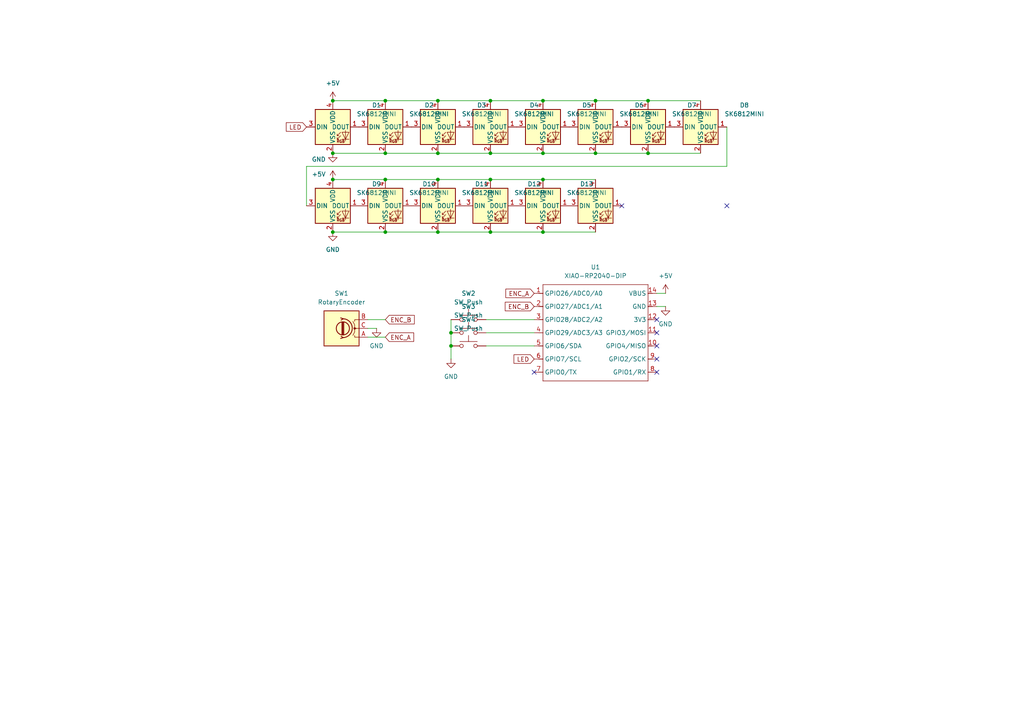
<source format=kicad_sch>
(kicad_sch (version 20231120) (generator "eeschema") (generator_version "8.0")
  (paper "A4")
  (lib_symbols
    (symbol "Device:RotaryEncoder" (pin_names (offset 0.254) hide)
      (property "Reference" "SW" (at 0 6.604 0))
      (property "Value" "RotaryEncoder" (at 0 -6.604 0))
      (symbol "RotaryEncoder_0_1"
        (rectangle (start -5.08 5.08) (end 5.08 -5.08) (stroke (width 0.254)) (fill (type background)))
        (circle (center -3.81 0) (radius 0.254) (fill (type outline)))
        (circle (center -0.381 0) (radius 1.905) (stroke (width 0.254)))
        (arc (start -0.381 2.667) (mid -3.0988 -0.0635) (end -0.381 -2.794) (stroke (width 0.254)))
        (polyline (pts (xy -0.635 -1.778) (xy -0.635 1.778)) (stroke (width 0.254)))
        (polyline (pts (xy -0.381 -1.778) (xy -0.381 1.778)) (stroke (width 0.254)))
        (polyline (pts (xy -0.127 1.778) (xy -0.127 -1.778)) (stroke (width 0.254)))
        (polyline (pts (xy -5.08 -2.54) (xy -3.81 -2.54) (xy -3.81 -2.032)))
        (polyline (pts (xy -5.08 2.54) (xy -3.81 2.54) (xy -3.81 2.032)))
        (polyline (pts (xy 0.254 -3.048) (xy -0.508 -2.794) (xy 0.127 -2.413)) (stroke (width 0.254)))
        (polyline (pts (xy 0.254 2.921) (xy -0.508 2.667) (xy 0.127 2.286)) (stroke (width 0.254)))
        (polyline (pts (xy -5.08 0) (xy -3.81 0) (xy -3.81 -1.016) (xy -3.302 -2.032)))
        (polyline (pts (xy -4.318 0) (xy -3.81 0) (xy -3.81 1.016) (xy -3.302 2.032)))
      )
      (symbol "RotaryEncoder_1_1"
        (pin passive line (at -7.62 2.54 0) (length 2.54) (name "A") (number "A"))
        (pin passive line (at -7.62 -2.54 0) (length 2.54) (name "B") (number "B"))
        (pin passive line (at -7.62 0 0) (length 2.54) (name "C") (number "C"))
      )
    )
    (symbol "LED:SK6812MINI" (pin_names (offset 0.254))
      (property "Reference" "D" (at 5.08 5.715 0))
      (property "Value" "SK6812MINI" (at 1.27 -5.715 0))
      (symbol "SK6812MINI_0_0"
        (text "RGB" (at 2.286 -4.191 0) (effects (font (size 0.762 0.762))))
      )
      (symbol "SK6812MINI_0_1"
        (polyline (pts (xy 1.27 -3.556) (xy 1.778 -3.556)))
        (polyline (pts (xy 1.27 -2.54) (xy 1.778 -2.54)))
        (polyline (pts (xy 4.699 -3.556) (xy 2.667 -3.556)))
        (polyline (pts (xy 2.286 -2.54) (xy 1.27 -3.556) (xy 1.27 -3.048)))
        (polyline (pts (xy 2.286 -1.524) (xy 1.27 -2.54) (xy 1.27 -2.032)))
        (polyline (pts (xy 3.683 -1.016) (xy 3.683 -3.556) (xy 3.683 -4.064)))
        (polyline (pts (xy 4.699 -1.524) (xy 2.667 -1.524) (xy 3.683 -3.556) (xy 4.699 -1.524)))
        (rectangle (start 5.08 5.08) (end -5.08 -5.08) (stroke (width 0.254)) (fill (type background)))
      )
      (symbol "SK6812MINI_1_1"
        (pin output line (at 7.62 0 180) (length 2.54) (name "DOUT") (number "1"))
        (pin power_in line (at 0 -7.62 90) (length 2.54) (name "VSS") (number "2"))
        (pin input line (at -7.62 0 0) (length 2.54) (name "DIN") (number "3"))
        (pin power_in line (at 0 7.62 270) (length 2.54) (name "VDD") (number "4"))
      )
    )
    (symbol "Seeed_Studio_XIAO_Series:XIAO-RP2040-DIP"
      (property "Reference" "U" (at 0 0 0))
      (property "Value" "XIAO-RP2040-DIP" (at 5.334 -1.778 0))
      (symbol "XIAO-RP2040-DIP_1_0"
        (polyline (pts (xy -1.27 -30.48) (xy -1.27 -16.51)) (stroke (width 0.1524)))
        (polyline (pts (xy -1.27 -27.94) (xy -2.54 -27.94)) (stroke (width 0.1524)))
        (polyline (pts (xy -1.27 -24.13) (xy -2.54 -24.13)) (stroke (width 0.1524)))
        (polyline (pts (xy -1.27 -20.32) (xy -2.54 -20.32)) (stroke (width 0.1524)))
        (polyline (pts (xy -1.27 -16.51) (xy -2.54 -16.51)) (stroke (width 0.1524)))
        (polyline (pts (xy -1.27 -16.51) (xy -1.27 -12.7)) (stroke (width 0.1524)))
        (polyline (pts (xy -1.27 -12.7) (xy -2.54 -12.7)) (stroke (width 0.1524)))
        (polyline (pts (xy -1.27 -12.7) (xy -1.27 -8.89)) (stroke (width 0.1524)))
        (polyline (pts (xy -1.27 -8.89) (xy -2.54 -8.89)) (stroke (width 0.1524)))
        (polyline (pts (xy -1.27 -8.89) (xy -1.27 -5.08)) (stroke (width 0.1524)))
        (polyline (pts (xy -1.27 -5.08) (xy -2.54 -5.08)) (stroke (width 0.1524)))
        (polyline (pts (xy -1.27 -5.08) (xy -1.27 -2.54)) (stroke (width 0.1524)))
        (polyline (pts (xy -1.27 -2.54) (xy 29.21 -2.54)) (stroke (width 0.1524)))
        (polyline (pts (xy 29.21 -30.48) (xy -1.27 -30.48)) (stroke (width 0.1524)))
        (polyline (pts (xy 29.21 -12.7) (xy 29.21 -30.48)) (stroke (width 0.1524)))
        (polyline (pts (xy 29.21 -8.89) (xy 29.21 -12.7)) (stroke (width 0.1524)))
        (polyline (pts (xy 29.21 -5.08) (xy 29.21 -8.89)) (stroke (width 0.1524)))
        (polyline (pts (xy 29.21 -2.54) (xy 29.21 -5.08)) (stroke (width 0.1524)))
        (polyline (pts (xy 30.48 -27.94) (xy 29.21 -27.94)) (stroke (width 0.1524)))
        (polyline (pts (xy 30.48 -24.13) (xy 29.21 -24.13)) (stroke (width 0.1524)))
        (polyline (pts (xy 30.48 -20.32) (xy 29.21 -20.32)) (stroke (width 0.1524)))
        (polyline (pts (xy 30.48 -16.51) (xy 29.21 -16.51)) (stroke (width 0.1524)))
        (polyline (pts (xy 30.48 -12.7) (xy 29.21 -12.7)) (stroke (width 0.1524)))
        (polyline (pts (xy 30.48 -8.89) (xy 29.21 -8.89)) (stroke (width 0.1524)))
        (polyline (pts (xy 30.48 -5.08) (xy 29.21 -5.08)) (stroke (width 0.1524)))
        (pin passive line (at -3.81 -5.08 0) (length 2.54) (name "GPIO26/ADC0/A0") (number "1"))
        (pin passive line (at 31.75 -20.32 180) (length 2.54) (name "GPIO4/MISO") (number "10"))
        (pin passive line (at 31.75 -16.51 180) (length 2.54) (name "GPIO3/MOSI") (number "11"))
        (pin passive line (at 31.75 -12.7 180) (length 2.54) (name "3V3") (number "12"))
        (pin passive line (at 31.75 -8.89 180) (length 2.54) (name "GND") (number "13"))
        (pin passive line (at 31.75 -5.08 180) (length 2.54) (name "VBUS") (number "14"))
        (pin passive line (at -3.81 -8.89 0) (length 2.54) (name "GPIO27/ADC1/A1") (number "2"))
        (pin passive line (at -3.81 -12.7 0) (length 2.54) (name "GPIO28/ADC2/A2") (number "3"))
        (pin passive line (at -3.81 -16.51 0) (length 2.54) (name "GPIO29/ADC3/A3") (number "4"))
        (pin passive line (at -3.81 -20.32 0) (length 2.54) (name "GPIO6/SDA") (number "5"))
        (pin passive line (at -3.81 -24.13 0) (length 2.54) (name "GPIO7/SCL") (number "6"))
        (pin passive line (at -3.81 -27.94 0) (length 2.54) (name "GPIO0/TX") (number "7"))
        (pin passive line (at 31.75 -27.94 180) (length 2.54) (name "GPIO1/RX") (number "8"))
        (pin passive line (at 31.75 -24.13 180) (length 2.54) (name "GPIO2/SCK") (number "9"))
      )
    )
    (symbol "Switch:SW_Push" (pin_numbers hide) (pin_names (offset 1.016) hide)
      (property "Reference" "SW" (at 1.27 2.54 0))
      (property "Value" "SW_Push" (at 0 -1.524 0))
      (symbol "SW_Push_0_1"
        (circle (center -2.032 0) (radius 0.508))
        (polyline (pts (xy 0 1.27) (xy 0 3.048)))
        (polyline (pts (xy 2.54 1.27) (xy -2.54 1.27)))
        (circle (center 2.032 0) (radius 0.508))
        (pin passive line (at -5.08 0 0) (length 2.54) (name "1") (number "1"))
        (pin passive line (at 5.08 0 180) (length 2.54) (name "2") (number "2"))
      )
    )
    (symbol "power:+5V" (power) (pin_numbers hide) (pin_names (offset 0) hide)
      (property "Value" "+5V" (at 0 3.556 0))
      (symbol "+5V_0_1"
        (polyline (pts (xy -0.762 1.27) (xy 0 2.54)))
        (polyline (pts (xy 0 0) (xy 0 2.54)))
        (polyline (pts (xy 0 2.54) (xy 0.762 1.27)))
      )
      (symbol "+5V_1_1"
        (pin power_in line (at 0 0 90) (length 0) (name "~") (number "1"))
      )
    )
    (symbol "power:GND" (power) (pin_numbers hide) (pin_names (offset 0) hide)
      (property "Value" "GND" (at 0 -3.81 0))
      (symbol "GND_0_1"
        (polyline (pts (xy 0 0) (xy 0 -1.27) (xy 1.27 -1.27) (xy 0 -2.54) (xy -1.27 -1.27) (xy 0 -1.27)))
      )
      (symbol "GND_1_1"
        (pin power_in line (at 0 0 270) (length 0) (name "~") (number "1"))
      )
    )
  )
  (junction (at 157.48 44.45))
  (junction (at 130.81 96.52))
  (junction (at 127 52.07))
  (junction (at 127 44.45))
  (junction (at 157.48 52.07))
  (junction (at 142.24 52.07))
  (junction (at 96.52 29.21))
  (junction (at 157.48 67.31))
  (junction (at 111.76 29.21))
  (junction (at 127 29.21))
  (junction (at 187.96 29.21))
  (junction (at 187.96 44.45))
  (junction (at 96.52 52.07))
  (junction (at 157.48 29.21))
  (junction (at 142.24 67.31))
  (junction (at 111.76 52.07))
  (junction (at 142.24 29.21))
  (junction (at 111.76 67.31))
  (junction (at 172.72 44.45))
  (junction (at 127 67.31))
  (junction (at 130.81 100.33))
  (junction (at 96.52 67.31))
  (junction (at 142.24 44.45))
  (junction (at 96.52 44.45))
  (junction (at 172.72 29.21))
  (junction (at 111.76 44.45))
  (no_connect (at 154.94 107.95))
  (no_connect (at 180.34 59.69))
  (no_connect (at 210.82 59.69))
  (no_connect (at 190.5 96.52))
  (no_connect (at 190.5 100.33))
  (no_connect (at 190.5 92.71))
  (no_connect (at 190.5 107.95))
  (no_connect (at 190.5 104.14))
  (wire (pts (xy 111.76 44.45) (xy 127 44.45)))
  (wire (pts (xy 88.9 48.26) (xy 88.9 59.69)))
  (wire (pts (xy 187.96 29.21) (xy 203.2 29.21)))
  (wire (pts (xy 157.48 29.21) (xy 172.72 29.21)))
  (wire (pts (xy 127 52.07) (xy 142.24 52.07)))
  (wire (pts (xy 157.48 52.07) (xy 172.72 52.07)))
  (wire (pts (xy 111.76 52.07) (xy 127 52.07)))
  (wire (pts (xy 193.04 88.9) (xy 190.5 88.9)))
  (wire (pts (xy 210.82 36.83) (xy 210.82 48.26)))
  (wire (pts (xy 157.48 67.31) (xy 172.72 67.31)))
  (wire (pts (xy 96.52 44.45) (xy 111.76 44.45)))
  (wire (pts (xy 157.48 44.45) (xy 172.72 44.45)))
  (wire (pts (xy 109.22 95.25) (xy 106.68 95.25)))
  (wire (pts (xy 140.97 100.33) (xy 154.94 100.33)))
  (wire (pts (xy 187.96 44.45) (xy 203.2 44.45)))
  (wire (pts (xy 127 44.45) (xy 142.24 44.45)))
  (wire (pts (xy 96.52 52.07) (xy 111.76 52.07)))
  (wire (pts (xy 130.81 96.52) (xy 130.81 100.33)))
  (wire (pts (xy 96.52 67.31) (xy 111.76 67.31)))
  (wire (pts (xy 193.04 85.09) (xy 190.5 85.09)))
  (wire (pts (xy 130.81 100.33) (xy 130.81 104.14)))
  (wire (pts (xy 140.97 96.52) (xy 154.94 96.52)))
  (wire (pts (xy 140.97 92.71) (xy 154.94 92.71)))
  (wire (pts (xy 111.76 97.79) (xy 106.68 97.79)))
  (wire (pts (xy 127 29.21) (xy 142.24 29.21)))
  (wire (pts (xy 172.72 29.21) (xy 187.96 29.21)))
  (wire (pts (xy 96.52 29.21) (xy 111.76 29.21)))
  (wire (pts (xy 111.76 67.31) (xy 127 67.31)))
  (wire (pts (xy 142.24 29.21) (xy 157.48 29.21)))
  (wire (pts (xy 130.81 92.71) (xy 130.81 96.52)))
  (wire (pts (xy 172.72 44.45) (xy 187.96 44.45)))
  (wire (pts (xy 127 67.31) (xy 142.24 67.31)))
  (wire (pts (xy 210.82 48.26) (xy 88.9 48.26)))
  (wire (pts (xy 142.24 67.31) (xy 157.48 67.31)))
  (wire (pts (xy 142.24 52.07) (xy 157.48 52.07)))
  (wire (pts (xy 142.24 44.45) (xy 157.48 44.45)))
  (wire (pts (xy 111.76 29.21) (xy 127 29.21)))
  (wire (pts (xy 111.76 92.71) (xy 106.68 92.71)))
  (global_label "LED" (shape input) (at 88.9 36.83 180) (property "Intersheetrefs" "${INTERSHEET_REFS}" (effects (hide yes))))
  (global_label "ENC_B" (shape input) (at 154.94 88.9 180) (property "Intersheetrefs" "${INTERSHEET_REFS}" (effects (hide yes))))
  (global_label "ENC_A" (shape input) (at 154.94 85.09 180) (property "Intersheetrefs" "${INTERSHEET_REFS}" (effects (hide yes))))
  (global_label "ENC_A" (shape input) (at 111.76 97.79 0) (property "Intersheetrefs" "${INTERSHEET_REFS}" (effects (hide yes))))
  (global_label "ENC_B" (shape input) (at 111.76 92.71 0) (property "Intersheetrefs" "${INTERSHEET_REFS}" (effects (hide yes))))
  (global_label "LED" (shape input) (at 154.94 104.14 180) (property "Intersheetrefs" "${INTERSHEET_REFS}" (effects (hide yes))))
  (symbol (lib_id "LED:SK6812MINI") (at 172.72 59.69 0) (unit 1)
    (property "Reference" "D14" (effects (hide yes)))
    (property "Value" "SK6812MINI" (effects (hide yes)))
    (property "Footprint" "kai's library:LED_SK6812MINI_PLCC4_3.5x3.5mm_P1.75mm" (effects (hide yes)))
    (property "Datasheet" "https://cdn-shop.adafruit.com/product-files/2686/SK6812MINI_REV.01-1-2.pdf" (effects (hide yes)))
    (property "Description" "RGB LED with integrated controller" (effects (hide yes)))
  )
  (symbol (lib_id "power:GND") (at 96.52 67.31 0) (unit 1)
    (property "Reference" "#PWR07" (effects (hide yes)))
    (property "Value" "GND" (at 96.52 72.39 0))
    (property "Description" "Power symbol creates a global label with name \"GND\" , ground" (effects (hide yes)))
  )
  (symbol (lib_id "LED:SK6812MINI") (at 96.52 36.83 0) (unit 1)
    (property "Reference" "D1" (at 109.22 30.5114 0))
    (property "Value" "SK6812MINI" (at 109.22 33.0514 0))
    (property "Footprint" "kai's library:LED_SK6812MINI_PLCC4_3.5x3.5mm_P1.75mm" (effects (hide yes)))
    (property "Datasheet" "https://cdn-shop.adafruit.com/product-files/2686/SK6812MINI_REV.01-1-2.pdf" (effects (hide yes)))
    (property "Description" "RGB LED with integrated controller" (effects (hide yes)))
  )
  (symbol (lib_id "LED:SK6812MINI") (at 157.48 36.83 0) (unit 1)
    (property "Reference" "D5" (at 170.18 30.5114 0))
    (property "Value" "SK6812MINI" (at 170.18 33.0514 0))
    (property "Footprint" "kai's library:LED_SK6812MINI_PLCC4_3.5x3.5mm_P1.75mm" (effects (hide yes)))
    (property "Datasheet" "https://cdn-shop.adafruit.com/product-files/2686/SK6812MINI_REV.01-1-2.pdf" (effects (hide yes)))
    (property "Description" "RGB LED with integrated controller" (effects (hide yes)))
  )
  (symbol (lib_id "LED:SK6812MINI") (at 127 36.83 0) (unit 1)
    (property "Reference" "D3" (at 139.7 30.5114 0))
    (property "Value" "SK6812MINI" (at 139.7 33.0514 0))
    (property "Footprint" "kai's library:LED_SK6812MINI_PLCC4_3.5x3.5mm_P1.75mm" (effects (hide yes)))
    (property "Datasheet" "https://cdn-shop.adafruit.com/product-files/2686/SK6812MINI_REV.01-1-2.pdf" (effects (hide yes)))
    (property "Description" "RGB LED with integrated controller" (effects (hide yes)))
  )
  (symbol (lib_id "power:GND") (at 193.04 88.9 0) (unit 1)
    (property "Reference" "#PWR01" (effects (hide yes)))
    (property "Value" "GND" (at 193.04 93.98 0))
    (property "Description" "Power symbol creates a global label with name \"GND\" , ground" (effects (hide yes)))
  )
  (symbol (lib_id "power:GND") (at 130.81 104.14 0) (unit 1)
    (property "Reference" "#PWR04" (effects (hide yes)))
    (property "Value" "GND" (at 130.81 109.22 0))
    (property "Description" "Power symbol creates a global label with name \"GND\" , ground" (effects (hide yes)))
  )
  (symbol (lib_id "power:GND") (at 96.52 44.45 0) (unit 1)
    (property "Reference" "#PWR08" (effects (hide yes)))
    (property "Value" "GND" (at 92.456 46.228 0))
    (property "Description" "Power symbol creates a global label with name \"GND\" , ground" (effects (hide yes)))
  )
  (symbol (lib_id "LED:SK6812MINI") (at 142.24 36.83 0) (unit 1)
    (property "Reference" "D4" (at 154.94 30.5114 0))
    (property "Value" "SK6812MINI" (at 154.94 33.0514 0))
    (property "Footprint" "kai's library:LED_SK6812MINI_PLCC4_3.5x3.5mm_P1.75mm" (effects (hide yes)))
    (property "Datasheet" "https://cdn-shop.adafruit.com/product-files/2686/SK6812MINI_REV.01-1-2.pdf" (effects (hide yes)))
    (property "Description" "RGB LED with integrated controller" (effects (hide yes)))
  )
  (symbol (lib_id "Switch:SW_Push") (at 135.89 92.71 0) (unit 1)
    (property "Reference" "SW2" (at 135.89 85.09 0))
    (property "Value" "SW_Push" (at 135.89 87.63 0))
    (property "Footprint" "kai's library:SW_Cherry_MX_1.00u_PCB" (effects (hide yes)))
    (property "Description" "Push button switch, generic, two pins" (effects (hide yes)))
  )
  (symbol (lib_id "LED:SK6812MINI") (at 127 59.69 0) (unit 1)
    (property "Reference" "D11" (at 139.7 53.3714 0))
    (property "Value" "SK6812MINI" (at 139.7 55.9114 0))
    (property "Footprint" "kai's library:LED_SK6812MINI_PLCC4_3.5x3.5mm_P1.75mm" (effects (hide yes)))
    (property "Datasheet" "https://cdn-shop.adafruit.com/product-files/2686/SK6812MINI_REV.01-1-2.pdf" (effects (hide yes)))
    (property "Description" "RGB LED with integrated controller" (effects (hide yes)))
  )
  (symbol (lib_id "power:+5V") (at 96.52 52.07 0) (unit 1)
    (property "Reference" "#PWR06" (effects (hide yes)))
    (property "Value" "+5V" (at 92.456 50.546 0))
    (property "Description" "Power symbol creates a global label with name \"+5V\"" (effects (hide yes)))
  )
  (symbol (lib_id "power:+5V") (at 193.04 85.09 0) (unit 1)
    (property "Reference" "#PWR02" (effects (hide yes)))
    (property "Value" "+5V" (at 193.04 80.01 0))
    (property "Description" "Power symbol creates a global label with name \"+5V\"" (effects (hide yes)))
  )
  (symbol (lib_id "LED:SK6812MINI") (at 187.96 36.83 0) (unit 1)
    (property "Reference" "D7" (at 200.66 30.5114 0))
    (property "Value" "SK6812MINI" (at 200.66 33.0514 0))
    (property "Footprint" "kai's library:LED_SK6812MINI_PLCC4_3.5x3.5mm_P1.75mm" (effects (hide yes)))
    (property "Datasheet" "https://cdn-shop.adafruit.com/product-files/2686/SK6812MINI_REV.01-1-2.pdf" (effects (hide yes)))
    (property "Description" "RGB LED with integrated controller" (effects (hide yes)))
  )
  (symbol (lib_id "LED:SK6812MINI") (at 111.76 36.83 0) (unit 1)
    (property "Reference" "D2" (at 124.46 30.5114 0))
    (property "Value" "SK6812MINI" (at 124.46 33.0514 0))
    (property "Footprint" "kai's library:LED_SK6812MINI_PLCC4_3.5x3.5mm_P1.75mm" (effects (hide yes)))
    (property "Datasheet" "https://cdn-shop.adafruit.com/product-files/2686/SK6812MINI_REV.01-1-2.pdf" (effects (hide yes)))
    (property "Description" "RGB LED with integrated controller" (effects (hide yes)))
  )
  (symbol (lib_id "Switch:SW_Push") (at 135.89 100.33 0) (unit 1)
    (property "Reference" "SW4" (at 135.89 92.71 0))
    (property "Value" "SW_Push" (at 135.89 95.25 0))
    (property "Footprint" "kai's library:SW_Cherry_MX_1.00u_PCB" (effects (hide yes)))
    (property "Description" "Push button switch, generic, two pins" (effects (hide yes)))
  )
  (symbol (lib_id "LED:SK6812MINI") (at 203.2 36.83 0) (unit 1)
    (property "Reference" "D8" (at 215.9 30.5114 0))
    (property "Value" "SK6812MINI" (at 215.9 33.0514 0))
    (property "Footprint" "kai's library:LED_SK6812MINI_PLCC4_3.5x3.5mm_P1.75mm" (effects (hide yes)))
    (property "Datasheet" "https://cdn-shop.adafruit.com/product-files/2686/SK6812MINI_REV.01-1-2.pdf" (effects (hide yes)))
    (property "Description" "RGB LED with integrated controller" (effects (hide yes)))
  )
  (symbol (lib_id "LED:SK6812MINI") (at 157.48 59.69 0) (unit 1)
    (property "Reference" "D13" (at 170.18 53.3714 0))
    (property "Value" "SK6812MINI" (at 170.18 55.9114 0))
    (property "Footprint" "kai's library:LED_SK6812MINI_PLCC4_3.5x3.5mm_P1.75mm" (effects (hide yes)))
    (property "Datasheet" "https://cdn-shop.adafruit.com/product-files/2686/SK6812MINI_REV.01-1-2.pdf" (effects (hide yes)))
    (property "Description" "RGB LED with integrated controller" (effects (hide yes)))
  )
  (symbol (lib_id "Switch:SW_Push") (at 135.89 96.52 0) (unit 1)
    (property "Reference" "SW3" (at 135.89 88.9 0))
    (property "Value" "SW_Push" (at 135.89 91.44 0))
    (property "Footprint" "kai's library:SW_Cherry_MX_1.00u_PCB" (effects (hide yes)))
    (property "Description" "Push button switch, generic, two pins" (effects (hide yes)))
  )
  (symbol (lib_id "Device:RotaryEncoder") (at 99.06 95.25 180) (unit 1)
    (property "Reference" "SW1" (at 99.06 85.09 0))
    (property "Value" "RotaryEncoder" (at 99.06 87.63 0))
    (property "Footprint" "Rotary_Encoder:RotaryEncoder_Alps_EC11E-Switch_Vertical_H20mm" (effects (hide yes)))
    (property "Description" "Rotary encoder, dual channel, incremental quadrate outputs" (effects (hide yes)))
  )
  (symbol (lib_id "power:GND") (at 109.22 95.25 0) (unit 1)
    (property "Reference" "#PWR03" (effects (hide yes)))
    (property "Value" "GND" (at 109.22 100.33 0))
    (property "Description" "Power symbol creates a global label with name \"GND\" , ground" (effects (hide yes)))
  )
  (symbol (lib_id "LED:SK6812MINI") (at 96.52 59.69 0) (unit 1)
    (property "Reference" "D9" (at 109.22 53.3714 0))
    (property "Value" "SK6812MINI" (at 109.22 55.9114 0))
    (property "Footprint" "kai's library:LED_SK6812MINI_PLCC4_3.5x3.5mm_P1.75mm" (effects (hide yes)))
    (property "Datasheet" "https://cdn-shop.adafruit.com/product-files/2686/SK6812MINI_REV.01-1-2.pdf" (effects (hide yes)))
    (property "Description" "RGB LED with integrated controller" (effects (hide yes)))
  )
  (symbol (lib_id "power:+5V") (at 96.52 29.21 0) (unit 1)
    (property "Reference" "#PWR05" (effects (hide yes)))
    (property "Value" "+5V" (at 96.52 24.13 0))
    (property "Description" "Power symbol creates a global label with name \"+5V\"" (effects (hide yes)))
  )
  (symbol (lib_id "LED:SK6812MINI") (at 111.76 59.69 0) (unit 1)
    (property "Reference" "D10" (at 124.46 53.3714 0))
    (property "Value" "SK6812MINI" (at 124.46 55.9114 0))
    (property "Footprint" "kai's library:LED_SK6812MINI_PLCC4_3.5x3.5mm_P1.75mm" (effects (hide yes)))
    (property "Datasheet" "https://cdn-shop.adafruit.com/product-files/2686/SK6812MINI_REV.01-1-2.pdf" (effects (hide yes)))
    (property "Description" "RGB LED with integrated controller" (effects (hide yes)))
  )
  (symbol (lib_id "Seeed_Studio_XIAO_Series:XIAO-RP2040-DIP") (at 158.75 80.01 0) (unit 1)
    (property "Reference" "U1" (at 172.72 77.47 0))
    (property "Value" "XIAO-RP2040-DIP" (at 172.72 80.01 0))
    (property "Footprint" "Seeed Studio XIAO Series Library:XIAO-RP2040-DIP" (effects (hide yes)))
  )
  (symbol (lib_id "LED:SK6812MINI") (at 172.72 36.83 0) (unit 1)
    (property "Reference" "D6" (at 185.42 30.5114 0))
    (property "Value" "SK6812MINI" (at 185.42 33.0514 0))
    (property "Footprint" "kai's library:LED_SK6812MINI_PLCC4_3.5x3.5mm_P1.75mm" (effects (hide yes)))
    (property "Datasheet" "https://cdn-shop.adafruit.com/product-files/2686/SK6812MINI_REV.01-1-2.pdf" (effects (hide yes)))
    (property "Description" "RGB LED with integrated controller" (effects (hide yes)))
  )
  (symbol (lib_id "LED:SK6812MINI") (at 142.24 59.69 0) (unit 1)
    (property "Reference" "D12" (at 154.94 53.3714 0))
    (property "Value" "SK6812MINI" (at 154.94 55.9114 0))
    (property "Footprint" "kai's library:LED_SK6812MINI_PLCC4_3.5x3.5mm_P1.75mm" (effects (hide yes)))
    (property "Datasheet" "https://cdn-shop.adafruit.com/product-files/2686/SK6812MINI_REV.01-1-2.pdf" (effects (hide yes)))
    (property "Description" "RGB LED with integrated controller" (effects (hide yes)))
  )
)
</source>
